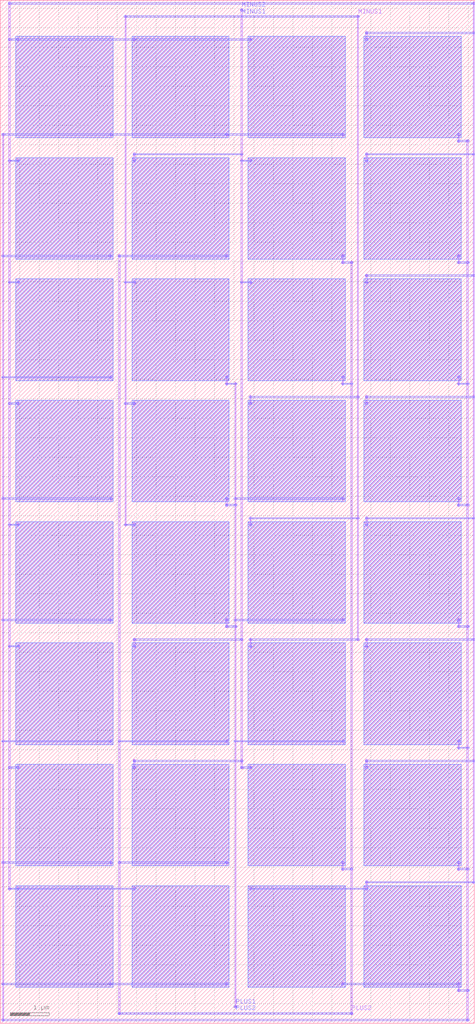
<source format=lef>
MACRO Cap_60fF_Cap_60fF
  ORIGIN 0 0 ;
  FOREIGN Cap_60fF_Cap_60fF 0 0 ;
  SIZE 12.16 BY 26.208 ;
  PIN MINUS1
    DIRECTION INOUT ;
    USE SIGNAL ;
    PORT 
      LAYER M1 ;
        RECT 3.2 25.752 3.232 25.824 ;
      LAYER M2 ;
        RECT 3.18 25.772 3.252 25.804 ;
      LAYER M1 ;
        RECT 9.152 25.752 9.184 25.824 ;
      LAYER M2 ;
        RECT 9.132 25.772 9.204 25.804 ;
      LAYER M2 ;
        RECT 3.216 25.772 9.168 25.804 ;
    END
  END MINUS1
  PIN PLUS1
    DIRECTION INOUT ;
    USE SIGNAL ;
    PORT 
      LAYER M1 ;
        RECT 6.016 0.384 6.048 0.456 ;
      LAYER M2 ;
        RECT 5.996 0.404 6.068 0.436 ;
    END
  END PLUS1
  PIN MINUS2
    DIRECTION INOUT ;
    USE SIGNAL ;
    PORT 
      LAYER M1 ;
        RECT 6.176 25.92 6.208 25.992 ;
      LAYER M2 ;
        RECT 6.156 25.94 6.228 25.972 ;
    END
  END MINUS2
  PIN PLUS2
    DIRECTION INOUT ;
    USE SIGNAL ;
    PORT 
      LAYER M1 ;
        RECT 3.04 0.216 3.072 0.288 ;
      LAYER M2 ;
        RECT 3.02 0.236 3.092 0.268 ;
      LAYER M1 ;
        RECT 8.992 0.216 9.024 0.288 ;
      LAYER M2 ;
        RECT 8.972 0.236 9.044 0.268 ;
      LAYER M2 ;
        RECT 3.056 0.236 9.008 0.268 ;
    END
  END PLUS2
  OBS 
  LAYER M1 ;
        RECT 5.792 10.296 5.824 10.368 ;
  LAYER M2 ;
        RECT 5.772 10.316 5.844 10.348 ;
  LAYER M1 ;
        RECT 5.792 10.164 5.824 10.332 ;
  LAYER M1 ;
        RECT 5.792 10.128 5.824 10.2 ;
  LAYER M2 ;
        RECT 5.772 10.148 5.844 10.18 ;
  LAYER M2 ;
        RECT 5.808 10.148 6.032 10.18 ;
  LAYER M1 ;
        RECT 6.016 10.128 6.048 10.2 ;
  LAYER M2 ;
        RECT 5.996 10.148 6.068 10.18 ;
  LAYER M1 ;
        RECT 8.768 13.404 8.8 13.476 ;
  LAYER M2 ;
        RECT 8.748 13.424 8.82 13.456 ;
  LAYER M2 ;
        RECT 6.032 13.424 8.784 13.456 ;
  LAYER M1 ;
        RECT 6.016 13.404 6.048 13.476 ;
  LAYER M2 ;
        RECT 5.996 13.424 6.068 13.456 ;
  LAYER M1 ;
        RECT 5.792 13.404 5.824 13.476 ;
  LAYER M2 ;
        RECT 5.772 13.424 5.844 13.456 ;
  LAYER M1 ;
        RECT 5.792 13.272 5.824 13.44 ;
  LAYER M1 ;
        RECT 5.792 13.236 5.824 13.308 ;
  LAYER M2 ;
        RECT 5.772 13.256 5.844 13.288 ;
  LAYER M2 ;
        RECT 5.808 13.256 6.032 13.288 ;
  LAYER M1 ;
        RECT 6.016 13.236 6.048 13.308 ;
  LAYER M2 ;
        RECT 5.996 13.256 6.068 13.288 ;
  LAYER M1 ;
        RECT 8.768 10.296 8.8 10.368 ;
  LAYER M2 ;
        RECT 8.748 10.316 8.82 10.348 ;
  LAYER M2 ;
        RECT 6.032 10.316 8.784 10.348 ;
  LAYER M1 ;
        RECT 6.016 10.296 6.048 10.368 ;
  LAYER M2 ;
        RECT 5.996 10.316 6.068 10.348 ;
  LAYER M1 ;
        RECT 5.792 16.512 5.824 16.584 ;
  LAYER M2 ;
        RECT 5.772 16.532 5.844 16.564 ;
  LAYER M1 ;
        RECT 5.792 16.38 5.824 16.548 ;
  LAYER M1 ;
        RECT 5.792 16.344 5.824 16.416 ;
  LAYER M2 ;
        RECT 5.772 16.364 5.844 16.396 ;
  LAYER M2 ;
        RECT 5.808 16.364 6.032 16.396 ;
  LAYER M1 ;
        RECT 6.016 16.344 6.048 16.416 ;
  LAYER M2 ;
        RECT 5.996 16.364 6.068 16.396 ;
  LAYER M1 ;
        RECT 8.768 7.188 8.8 7.26 ;
  LAYER M2 ;
        RECT 8.748 7.208 8.82 7.24 ;
  LAYER M2 ;
        RECT 6.032 7.208 8.784 7.24 ;
  LAYER M1 ;
        RECT 6.016 7.188 6.048 7.26 ;
  LAYER M2 ;
        RECT 5.996 7.208 6.068 7.24 ;
  LAYER M1 ;
        RECT 6.016 0.384 6.048 0.456 ;
  LAYER M2 ;
        RECT 5.996 0.404 6.068 0.436 ;
  LAYER M1 ;
        RECT 6.016 0.42 6.048 0.672 ;
  LAYER M1 ;
        RECT 6.016 0.672 6.048 16.38 ;
  LAYER M1 ;
        RECT 5.792 7.188 5.824 7.26 ;
  LAYER M2 ;
        RECT 5.772 7.208 5.844 7.24 ;
  LAYER M2 ;
        RECT 3.056 7.208 5.808 7.24 ;
  LAYER M1 ;
        RECT 3.04 7.188 3.072 7.26 ;
  LAYER M2 ;
        RECT 3.02 7.208 3.092 7.24 ;
  LAYER M1 ;
        RECT 5.792 19.62 5.824 19.692 ;
  LAYER M2 ;
        RECT 5.772 19.64 5.844 19.672 ;
  LAYER M2 ;
        RECT 3.056 19.64 5.808 19.672 ;
  LAYER M1 ;
        RECT 3.04 19.62 3.072 19.692 ;
  LAYER M2 ;
        RECT 3.02 19.64 3.092 19.672 ;
  LAYER M1 ;
        RECT 5.792 4.08 5.824 4.152 ;
  LAYER M2 ;
        RECT 5.772 4.1 5.844 4.132 ;
  LAYER M2 ;
        RECT 3.056 4.1 5.808 4.132 ;
  LAYER M1 ;
        RECT 3.04 4.08 3.072 4.152 ;
  LAYER M2 ;
        RECT 3.02 4.1 3.092 4.132 ;
  LAYER M1 ;
        RECT 3.04 0.216 3.072 0.288 ;
  LAYER M2 ;
        RECT 3.02 0.236 3.092 0.268 ;
  LAYER M1 ;
        RECT 3.04 0.252 3.072 0.672 ;
  LAYER M1 ;
        RECT 3.04 0.672 3.072 19.656 ;
  LAYER M1 ;
        RECT 8.768 16.512 8.8 16.584 ;
  LAYER M2 ;
        RECT 8.748 16.532 8.82 16.564 ;
  LAYER M1 ;
        RECT 8.768 16.38 8.8 16.548 ;
  LAYER M1 ;
        RECT 8.768 16.344 8.8 16.416 ;
  LAYER M2 ;
        RECT 8.748 16.364 8.82 16.396 ;
  LAYER M2 ;
        RECT 8.784 16.364 9.008 16.396 ;
  LAYER M1 ;
        RECT 8.992 16.344 9.024 16.416 ;
  LAYER M2 ;
        RECT 8.972 16.364 9.044 16.396 ;
  LAYER M1 ;
        RECT 8.768 4.08 8.8 4.152 ;
  LAYER M2 ;
        RECT 8.748 4.1 8.82 4.132 ;
  LAYER M1 ;
        RECT 8.768 3.948 8.8 4.116 ;
  LAYER M1 ;
        RECT 8.768 3.912 8.8 3.984 ;
  LAYER M2 ;
        RECT 8.748 3.932 8.82 3.964 ;
  LAYER M2 ;
        RECT 8.784 3.932 9.008 3.964 ;
  LAYER M1 ;
        RECT 8.992 3.912 9.024 3.984 ;
  LAYER M2 ;
        RECT 8.972 3.932 9.044 3.964 ;
  LAYER M1 ;
        RECT 8.768 19.62 8.8 19.692 ;
  LAYER M2 ;
        RECT 8.748 19.64 8.82 19.672 ;
  LAYER M1 ;
        RECT 8.768 19.488 8.8 19.656 ;
  LAYER M1 ;
        RECT 8.768 19.452 8.8 19.524 ;
  LAYER M2 ;
        RECT 8.748 19.472 8.82 19.504 ;
  LAYER M2 ;
        RECT 8.784 19.472 9.008 19.504 ;
  LAYER M1 ;
        RECT 8.992 19.452 9.024 19.524 ;
  LAYER M2 ;
        RECT 8.972 19.472 9.044 19.504 ;
  LAYER M1 ;
        RECT 8.992 0.216 9.024 0.288 ;
  LAYER M2 ;
        RECT 8.972 0.236 9.044 0.268 ;
  LAYER M1 ;
        RECT 8.992 0.252 9.024 0.672 ;
  LAYER M1 ;
        RECT 8.992 0.672 9.024 19.488 ;
  LAYER M2 ;
        RECT 3.056 0.236 9.008 0.268 ;
  LAYER M1 ;
        RECT 2.816 0.972 2.848 1.044 ;
  LAYER M2 ;
        RECT 2.796 0.992 2.868 1.024 ;
  LAYER M2 ;
        RECT 0.08 0.992 2.832 1.024 ;
  LAYER M1 ;
        RECT 0.064 0.972 0.096 1.044 ;
  LAYER M2 ;
        RECT 0.044 0.992 0.116 1.024 ;
  LAYER M1 ;
        RECT 2.816 4.08 2.848 4.152 ;
  LAYER M2 ;
        RECT 2.796 4.1 2.868 4.132 ;
  LAYER M2 ;
        RECT 0.08 4.1 2.832 4.132 ;
  LAYER M1 ;
        RECT 0.064 4.08 0.096 4.152 ;
  LAYER M2 ;
        RECT 0.044 4.1 0.116 4.132 ;
  LAYER M1 ;
        RECT 2.816 7.188 2.848 7.26 ;
  LAYER M2 ;
        RECT 2.796 7.208 2.868 7.24 ;
  LAYER M2 ;
        RECT 0.08 7.208 2.832 7.24 ;
  LAYER M1 ;
        RECT 0.064 7.188 0.096 7.26 ;
  LAYER M2 ;
        RECT 0.044 7.208 0.116 7.24 ;
  LAYER M1 ;
        RECT 2.816 10.296 2.848 10.368 ;
  LAYER M2 ;
        RECT 2.796 10.316 2.868 10.348 ;
  LAYER M2 ;
        RECT 0.08 10.316 2.832 10.348 ;
  LAYER M1 ;
        RECT 0.064 10.296 0.096 10.368 ;
  LAYER M2 ;
        RECT 0.044 10.316 0.116 10.348 ;
  LAYER M1 ;
        RECT 2.816 13.404 2.848 13.476 ;
  LAYER M2 ;
        RECT 2.796 13.424 2.868 13.456 ;
  LAYER M2 ;
        RECT 0.08 13.424 2.832 13.456 ;
  LAYER M1 ;
        RECT 0.064 13.404 0.096 13.476 ;
  LAYER M2 ;
        RECT 0.044 13.424 0.116 13.456 ;
  LAYER M1 ;
        RECT 2.816 16.512 2.848 16.584 ;
  LAYER M2 ;
        RECT 2.796 16.532 2.868 16.564 ;
  LAYER M2 ;
        RECT 0.08 16.532 2.832 16.564 ;
  LAYER M1 ;
        RECT 0.064 16.512 0.096 16.584 ;
  LAYER M2 ;
        RECT 0.044 16.532 0.116 16.564 ;
  LAYER M1 ;
        RECT 2.816 19.62 2.848 19.692 ;
  LAYER M2 ;
        RECT 2.796 19.64 2.868 19.672 ;
  LAYER M2 ;
        RECT 0.08 19.64 2.832 19.672 ;
  LAYER M1 ;
        RECT 0.064 19.62 0.096 19.692 ;
  LAYER M2 ;
        RECT 0.044 19.64 0.116 19.672 ;
  LAYER M1 ;
        RECT 2.816 22.728 2.848 22.8 ;
  LAYER M2 ;
        RECT 2.796 22.748 2.868 22.78 ;
  LAYER M2 ;
        RECT 0.08 22.748 2.832 22.78 ;
  LAYER M1 ;
        RECT 0.064 22.728 0.096 22.8 ;
  LAYER M2 ;
        RECT 0.044 22.748 0.116 22.78 ;
  LAYER M1 ;
        RECT 0.064 0.048 0.096 0.12 ;
  LAYER M2 ;
        RECT 0.044 0.068 0.116 0.1 ;
  LAYER M1 ;
        RECT 0.064 0.084 0.096 0.672 ;
  LAYER M1 ;
        RECT 0.064 0.672 0.096 22.764 ;
  LAYER M1 ;
        RECT 11.744 0.972 11.776 1.044 ;
  LAYER M2 ;
        RECT 11.724 0.992 11.796 1.024 ;
  LAYER M1 ;
        RECT 11.744 0.84 11.776 1.008 ;
  LAYER M1 ;
        RECT 11.744 0.804 11.776 0.876 ;
  LAYER M2 ;
        RECT 11.724 0.824 11.796 0.856 ;
  LAYER M2 ;
        RECT 11.76 0.824 11.984 0.856 ;
  LAYER M1 ;
        RECT 11.968 0.804 12 0.876 ;
  LAYER M2 ;
        RECT 11.948 0.824 12.02 0.856 ;
  LAYER M1 ;
        RECT 11.744 4.08 11.776 4.152 ;
  LAYER M2 ;
        RECT 11.724 4.1 11.796 4.132 ;
  LAYER M1 ;
        RECT 11.744 3.948 11.776 4.116 ;
  LAYER M1 ;
        RECT 11.744 3.912 11.776 3.984 ;
  LAYER M2 ;
        RECT 11.724 3.932 11.796 3.964 ;
  LAYER M2 ;
        RECT 11.76 3.932 11.984 3.964 ;
  LAYER M1 ;
        RECT 11.968 3.912 12 3.984 ;
  LAYER M2 ;
        RECT 11.948 3.932 12.02 3.964 ;
  LAYER M1 ;
        RECT 11.744 7.188 11.776 7.26 ;
  LAYER M2 ;
        RECT 11.724 7.208 11.796 7.24 ;
  LAYER M1 ;
        RECT 11.744 7.056 11.776 7.224 ;
  LAYER M1 ;
        RECT 11.744 7.02 11.776 7.092 ;
  LAYER M2 ;
        RECT 11.724 7.04 11.796 7.072 ;
  LAYER M2 ;
        RECT 11.76 7.04 11.984 7.072 ;
  LAYER M1 ;
        RECT 11.968 7.02 12 7.092 ;
  LAYER M2 ;
        RECT 11.948 7.04 12.02 7.072 ;
  LAYER M1 ;
        RECT 11.744 10.296 11.776 10.368 ;
  LAYER M2 ;
        RECT 11.724 10.316 11.796 10.348 ;
  LAYER M1 ;
        RECT 11.744 10.164 11.776 10.332 ;
  LAYER M1 ;
        RECT 11.744 10.128 11.776 10.2 ;
  LAYER M2 ;
        RECT 11.724 10.148 11.796 10.18 ;
  LAYER M2 ;
        RECT 11.76 10.148 11.984 10.18 ;
  LAYER M1 ;
        RECT 11.968 10.128 12 10.2 ;
  LAYER M2 ;
        RECT 11.948 10.148 12.02 10.18 ;
  LAYER M1 ;
        RECT 11.744 13.404 11.776 13.476 ;
  LAYER M2 ;
        RECT 11.724 13.424 11.796 13.456 ;
  LAYER M1 ;
        RECT 11.744 13.272 11.776 13.44 ;
  LAYER M1 ;
        RECT 11.744 13.236 11.776 13.308 ;
  LAYER M2 ;
        RECT 11.724 13.256 11.796 13.288 ;
  LAYER M2 ;
        RECT 11.76 13.256 11.984 13.288 ;
  LAYER M1 ;
        RECT 11.968 13.236 12 13.308 ;
  LAYER M2 ;
        RECT 11.948 13.256 12.02 13.288 ;
  LAYER M1 ;
        RECT 11.744 16.512 11.776 16.584 ;
  LAYER M2 ;
        RECT 11.724 16.532 11.796 16.564 ;
  LAYER M1 ;
        RECT 11.744 16.38 11.776 16.548 ;
  LAYER M1 ;
        RECT 11.744 16.344 11.776 16.416 ;
  LAYER M2 ;
        RECT 11.724 16.364 11.796 16.396 ;
  LAYER M2 ;
        RECT 11.76 16.364 11.984 16.396 ;
  LAYER M1 ;
        RECT 11.968 16.344 12 16.416 ;
  LAYER M2 ;
        RECT 11.948 16.364 12.02 16.396 ;
  LAYER M1 ;
        RECT 11.744 19.62 11.776 19.692 ;
  LAYER M2 ;
        RECT 11.724 19.64 11.796 19.672 ;
  LAYER M1 ;
        RECT 11.744 19.488 11.776 19.656 ;
  LAYER M1 ;
        RECT 11.744 19.452 11.776 19.524 ;
  LAYER M2 ;
        RECT 11.724 19.472 11.796 19.504 ;
  LAYER M2 ;
        RECT 11.76 19.472 11.984 19.504 ;
  LAYER M1 ;
        RECT 11.968 19.452 12 19.524 ;
  LAYER M2 ;
        RECT 11.948 19.472 12.02 19.504 ;
  LAYER M1 ;
        RECT 11.744 22.728 11.776 22.8 ;
  LAYER M2 ;
        RECT 11.724 22.748 11.796 22.78 ;
  LAYER M1 ;
        RECT 11.744 22.596 11.776 22.764 ;
  LAYER M1 ;
        RECT 11.744 22.56 11.776 22.632 ;
  LAYER M2 ;
        RECT 11.724 22.58 11.796 22.612 ;
  LAYER M2 ;
        RECT 11.76 22.58 11.984 22.612 ;
  LAYER M1 ;
        RECT 11.968 22.56 12 22.632 ;
  LAYER M2 ;
        RECT 11.948 22.58 12.02 22.612 ;
  LAYER M1 ;
        RECT 11.968 0.048 12 0.12 ;
  LAYER M2 ;
        RECT 11.948 0.068 12.02 0.1 ;
  LAYER M1 ;
        RECT 11.968 0.084 12 0.672 ;
  LAYER M1 ;
        RECT 11.968 0.672 12 22.596 ;
  LAYER M2 ;
        RECT 0.08 0.068 11.984 0.1 ;
  LAYER M1 ;
        RECT 5.792 0.972 5.824 1.044 ;
  LAYER M2 ;
        RECT 5.772 0.992 5.844 1.024 ;
  LAYER M2 ;
        RECT 2.832 0.992 5.808 1.024 ;
  LAYER M1 ;
        RECT 2.816 0.972 2.848 1.044 ;
  LAYER M2 ;
        RECT 2.796 0.992 2.868 1.024 ;
  LAYER M1 ;
        RECT 5.792 22.728 5.824 22.8 ;
  LAYER M2 ;
        RECT 5.772 22.748 5.844 22.78 ;
  LAYER M2 ;
        RECT 2.832 22.748 5.808 22.78 ;
  LAYER M1 ;
        RECT 2.816 22.728 2.848 22.8 ;
  LAYER M2 ;
        RECT 2.796 22.748 2.868 22.78 ;
  LAYER M1 ;
        RECT 8.768 22.728 8.8 22.8 ;
  LAYER M2 ;
        RECT 8.748 22.748 8.82 22.78 ;
  LAYER M2 ;
        RECT 5.808 22.748 8.784 22.78 ;
  LAYER M1 ;
        RECT 5.792 22.728 5.824 22.8 ;
  LAYER M2 ;
        RECT 5.772 22.748 5.844 22.78 ;
  LAYER M1 ;
        RECT 8.768 0.972 8.8 1.044 ;
  LAYER M2 ;
        RECT 8.748 0.992 8.82 1.024 ;
  LAYER M2 ;
        RECT 8.784 0.992 11.76 1.024 ;
  LAYER M1 ;
        RECT 11.744 0.972 11.776 1.044 ;
  LAYER M2 ;
        RECT 11.724 0.992 11.796 1.024 ;
  LAYER M1 ;
        RECT 3.424 12.732 3.456 12.804 ;
  LAYER M2 ;
        RECT 3.404 12.752 3.476 12.784 ;
  LAYER M2 ;
        RECT 3.216 12.752 3.44 12.784 ;
  LAYER M1 ;
        RECT 3.2 12.732 3.232 12.804 ;
  LAYER M2 ;
        RECT 3.18 12.752 3.252 12.784 ;
  LAYER M1 ;
        RECT 3.424 15.84 3.456 15.912 ;
  LAYER M2 ;
        RECT 3.404 15.86 3.476 15.892 ;
  LAYER M2 ;
        RECT 3.216 15.86 3.44 15.892 ;
  LAYER M1 ;
        RECT 3.2 15.84 3.232 15.912 ;
  LAYER M2 ;
        RECT 3.18 15.86 3.252 15.892 ;
  LAYER M1 ;
        RECT 3.424 18.948 3.456 19.02 ;
  LAYER M2 ;
        RECT 3.404 18.968 3.476 19 ;
  LAYER M2 ;
        RECT 3.216 18.968 3.44 19 ;
  LAYER M1 ;
        RECT 3.2 18.948 3.232 19.02 ;
  LAYER M2 ;
        RECT 3.18 18.968 3.252 19 ;
  LAYER M1 ;
        RECT 3.2 25.752 3.232 25.824 ;
  LAYER M2 ;
        RECT 3.18 25.772 3.252 25.804 ;
  LAYER M1 ;
        RECT 3.2 25.536 3.232 25.788 ;
  LAYER M1 ;
        RECT 3.2 12.768 3.232 25.536 ;
  LAYER M1 ;
        RECT 6.4 15.84 6.432 15.912 ;
  LAYER M2 ;
        RECT 6.38 15.86 6.452 15.892 ;
  LAYER M1 ;
        RECT 6.4 15.876 6.432 16.044 ;
  LAYER M1 ;
        RECT 6.4 16.008 6.432 16.08 ;
  LAYER M2 ;
        RECT 6.38 16.028 6.452 16.06 ;
  LAYER M2 ;
        RECT 6.416 16.028 9.168 16.06 ;
  LAYER M1 ;
        RECT 9.152 16.008 9.184 16.08 ;
  LAYER M2 ;
        RECT 9.132 16.028 9.204 16.06 ;
  LAYER M1 ;
        RECT 6.4 12.732 6.432 12.804 ;
  LAYER M2 ;
        RECT 6.38 12.752 6.452 12.784 ;
  LAYER M1 ;
        RECT 6.4 12.768 6.432 12.936 ;
  LAYER M1 ;
        RECT 6.4 12.9 6.432 12.972 ;
  LAYER M2 ;
        RECT 6.38 12.92 6.452 12.952 ;
  LAYER M2 ;
        RECT 6.416 12.92 9.168 12.952 ;
  LAYER M1 ;
        RECT 9.152 12.9 9.184 12.972 ;
  LAYER M2 ;
        RECT 9.132 12.92 9.204 12.952 ;
  LAYER M1 ;
        RECT 6.4 9.624 6.432 9.696 ;
  LAYER M2 ;
        RECT 6.38 9.644 6.452 9.676 ;
  LAYER M1 ;
        RECT 6.4 9.66 6.432 9.828 ;
  LAYER M1 ;
        RECT 6.4 9.792 6.432 9.864 ;
  LAYER M2 ;
        RECT 6.38 9.812 6.452 9.844 ;
  LAYER M2 ;
        RECT 6.416 9.812 9.168 9.844 ;
  LAYER M1 ;
        RECT 9.152 9.792 9.184 9.864 ;
  LAYER M2 ;
        RECT 9.132 9.812 9.204 9.844 ;
  LAYER M1 ;
        RECT 9.152 25.752 9.184 25.824 ;
  LAYER M2 ;
        RECT 9.132 25.772 9.204 25.804 ;
  LAYER M1 ;
        RECT 9.152 25.536 9.184 25.788 ;
  LAYER M1 ;
        RECT 9.152 9.828 9.184 25.536 ;
  LAYER M2 ;
        RECT 3.216 25.772 9.168 25.804 ;
  LAYER M1 ;
        RECT 3.424 9.624 3.456 9.696 ;
  LAYER M2 ;
        RECT 3.404 9.644 3.476 9.676 ;
  LAYER M1 ;
        RECT 3.424 9.66 3.456 9.828 ;
  LAYER M1 ;
        RECT 3.424 9.792 3.456 9.864 ;
  LAYER M2 ;
        RECT 3.404 9.812 3.476 9.844 ;
  LAYER M2 ;
        RECT 3.44 9.812 6.192 9.844 ;
  LAYER M1 ;
        RECT 6.176 9.792 6.208 9.864 ;
  LAYER M2 ;
        RECT 6.156 9.812 6.228 9.844 ;
  LAYER M1 ;
        RECT 6.4 18.948 6.432 19.02 ;
  LAYER M2 ;
        RECT 6.38 18.968 6.452 19 ;
  LAYER M2 ;
        RECT 6.192 18.968 6.416 19 ;
  LAYER M1 ;
        RECT 6.176 18.948 6.208 19.02 ;
  LAYER M2 ;
        RECT 6.156 18.968 6.228 19 ;
  LAYER M1 ;
        RECT 3.424 22.056 3.456 22.128 ;
  LAYER M2 ;
        RECT 3.404 22.076 3.476 22.108 ;
  LAYER M1 ;
        RECT 3.424 22.092 3.456 22.26 ;
  LAYER M1 ;
        RECT 3.424 22.224 3.456 22.296 ;
  LAYER M2 ;
        RECT 3.404 22.244 3.476 22.276 ;
  LAYER M2 ;
        RECT 3.44 22.244 6.192 22.276 ;
  LAYER M1 ;
        RECT 6.176 22.224 6.208 22.296 ;
  LAYER M2 ;
        RECT 6.156 22.244 6.228 22.276 ;
  LAYER M1 ;
        RECT 6.4 6.516 6.432 6.588 ;
  LAYER M2 ;
        RECT 6.38 6.536 6.452 6.568 ;
  LAYER M2 ;
        RECT 6.192 6.536 6.416 6.568 ;
  LAYER M1 ;
        RECT 6.176 6.516 6.208 6.588 ;
  LAYER M2 ;
        RECT 6.156 6.536 6.228 6.568 ;
  LAYER M1 ;
        RECT 3.424 6.516 3.456 6.588 ;
  LAYER M2 ;
        RECT 3.404 6.536 3.476 6.568 ;
  LAYER M1 ;
        RECT 3.424 6.552 3.456 6.72 ;
  LAYER M1 ;
        RECT 3.424 6.684 3.456 6.756 ;
  LAYER M2 ;
        RECT 3.404 6.704 3.476 6.736 ;
  LAYER M2 ;
        RECT 3.44 6.704 6.192 6.736 ;
  LAYER M1 ;
        RECT 6.176 6.684 6.208 6.756 ;
  LAYER M2 ;
        RECT 6.156 6.704 6.228 6.736 ;
  LAYER M1 ;
        RECT 6.4 22.056 6.432 22.128 ;
  LAYER M2 ;
        RECT 6.38 22.076 6.452 22.108 ;
  LAYER M2 ;
        RECT 6.192 22.076 6.416 22.108 ;
  LAYER M1 ;
        RECT 6.176 22.056 6.208 22.128 ;
  LAYER M2 ;
        RECT 6.156 22.076 6.228 22.108 ;
  LAYER M1 ;
        RECT 6.176 25.92 6.208 25.992 ;
  LAYER M2 ;
        RECT 6.156 25.94 6.228 25.972 ;
  LAYER M1 ;
        RECT 6.176 25.536 6.208 25.956 ;
  LAYER M1 ;
        RECT 6.176 6.552 6.208 25.536 ;
  LAYER M1 ;
        RECT 0.448 3.408 0.48 3.48 ;
  LAYER M2 ;
        RECT 0.428 3.428 0.5 3.46 ;
  LAYER M2 ;
        RECT 0.24 3.428 0.464 3.46 ;
  LAYER M1 ;
        RECT 0.224 3.408 0.256 3.48 ;
  LAYER M2 ;
        RECT 0.204 3.428 0.276 3.46 ;
  LAYER M1 ;
        RECT 0.448 6.516 0.48 6.588 ;
  LAYER M2 ;
        RECT 0.428 6.536 0.5 6.568 ;
  LAYER M2 ;
        RECT 0.24 6.536 0.464 6.568 ;
  LAYER M1 ;
        RECT 0.224 6.516 0.256 6.588 ;
  LAYER M2 ;
        RECT 0.204 6.536 0.276 6.568 ;
  LAYER M1 ;
        RECT 0.448 9.624 0.48 9.696 ;
  LAYER M2 ;
        RECT 0.428 9.644 0.5 9.676 ;
  LAYER M2 ;
        RECT 0.24 9.644 0.464 9.676 ;
  LAYER M1 ;
        RECT 0.224 9.624 0.256 9.696 ;
  LAYER M2 ;
        RECT 0.204 9.644 0.276 9.676 ;
  LAYER M1 ;
        RECT 0.448 12.732 0.48 12.804 ;
  LAYER M2 ;
        RECT 0.428 12.752 0.5 12.784 ;
  LAYER M2 ;
        RECT 0.24 12.752 0.464 12.784 ;
  LAYER M1 ;
        RECT 0.224 12.732 0.256 12.804 ;
  LAYER M2 ;
        RECT 0.204 12.752 0.276 12.784 ;
  LAYER M1 ;
        RECT 0.448 15.84 0.48 15.912 ;
  LAYER M2 ;
        RECT 0.428 15.86 0.5 15.892 ;
  LAYER M2 ;
        RECT 0.24 15.86 0.464 15.892 ;
  LAYER M1 ;
        RECT 0.224 15.84 0.256 15.912 ;
  LAYER M2 ;
        RECT 0.204 15.86 0.276 15.892 ;
  LAYER M1 ;
        RECT 0.448 18.948 0.48 19.02 ;
  LAYER M2 ;
        RECT 0.428 18.968 0.5 19 ;
  LAYER M2 ;
        RECT 0.24 18.968 0.464 19 ;
  LAYER M1 ;
        RECT 0.224 18.948 0.256 19.02 ;
  LAYER M2 ;
        RECT 0.204 18.968 0.276 19 ;
  LAYER M1 ;
        RECT 0.448 22.056 0.48 22.128 ;
  LAYER M2 ;
        RECT 0.428 22.076 0.5 22.108 ;
  LAYER M2 ;
        RECT 0.24 22.076 0.464 22.108 ;
  LAYER M1 ;
        RECT 0.224 22.056 0.256 22.128 ;
  LAYER M2 ;
        RECT 0.204 22.076 0.276 22.108 ;
  LAYER M1 ;
        RECT 0.448 25.164 0.48 25.236 ;
  LAYER M2 ;
        RECT 0.428 25.184 0.5 25.216 ;
  LAYER M2 ;
        RECT 0.24 25.184 0.464 25.216 ;
  LAYER M1 ;
        RECT 0.224 25.164 0.256 25.236 ;
  LAYER M2 ;
        RECT 0.204 25.184 0.276 25.216 ;
  LAYER M1 ;
        RECT 0.224 26.088 0.256 26.16 ;
  LAYER M2 ;
        RECT 0.204 26.108 0.276 26.14 ;
  LAYER M1 ;
        RECT 0.224 25.536 0.256 26.124 ;
  LAYER M1 ;
        RECT 0.224 3.444 0.256 25.536 ;
  LAYER M1 ;
        RECT 9.376 3.408 9.408 3.48 ;
  LAYER M2 ;
        RECT 9.356 3.428 9.428 3.46 ;
  LAYER M1 ;
        RECT 9.376 3.444 9.408 3.612 ;
  LAYER M1 ;
        RECT 9.376 3.576 9.408 3.648 ;
  LAYER M2 ;
        RECT 9.356 3.596 9.428 3.628 ;
  LAYER M2 ;
        RECT 9.392 3.596 12.144 3.628 ;
  LAYER M1 ;
        RECT 12.128 3.576 12.16 3.648 ;
  LAYER M2 ;
        RECT 12.108 3.596 12.18 3.628 ;
  LAYER M1 ;
        RECT 9.376 6.516 9.408 6.588 ;
  LAYER M2 ;
        RECT 9.356 6.536 9.428 6.568 ;
  LAYER M1 ;
        RECT 9.376 6.552 9.408 6.72 ;
  LAYER M1 ;
        RECT 9.376 6.684 9.408 6.756 ;
  LAYER M2 ;
        RECT 9.356 6.704 9.428 6.736 ;
  LAYER M2 ;
        RECT 9.392 6.704 12.144 6.736 ;
  LAYER M1 ;
        RECT 12.128 6.684 12.16 6.756 ;
  LAYER M2 ;
        RECT 12.108 6.704 12.18 6.736 ;
  LAYER M1 ;
        RECT 9.376 9.624 9.408 9.696 ;
  LAYER M2 ;
        RECT 9.356 9.644 9.428 9.676 ;
  LAYER M1 ;
        RECT 9.376 9.66 9.408 9.828 ;
  LAYER M1 ;
        RECT 9.376 9.792 9.408 9.864 ;
  LAYER M2 ;
        RECT 9.356 9.812 9.428 9.844 ;
  LAYER M2 ;
        RECT 9.392 9.812 12.144 9.844 ;
  LAYER M1 ;
        RECT 12.128 9.792 12.16 9.864 ;
  LAYER M2 ;
        RECT 12.108 9.812 12.18 9.844 ;
  LAYER M1 ;
        RECT 9.376 12.732 9.408 12.804 ;
  LAYER M2 ;
        RECT 9.356 12.752 9.428 12.784 ;
  LAYER M1 ;
        RECT 9.376 12.768 9.408 12.936 ;
  LAYER M1 ;
        RECT 9.376 12.9 9.408 12.972 ;
  LAYER M2 ;
        RECT 9.356 12.92 9.428 12.952 ;
  LAYER M2 ;
        RECT 9.392 12.92 12.144 12.952 ;
  LAYER M1 ;
        RECT 12.128 12.9 12.16 12.972 ;
  LAYER M2 ;
        RECT 12.108 12.92 12.18 12.952 ;
  LAYER M1 ;
        RECT 9.376 15.84 9.408 15.912 ;
  LAYER M2 ;
        RECT 9.356 15.86 9.428 15.892 ;
  LAYER M1 ;
        RECT 9.376 15.876 9.408 16.044 ;
  LAYER M1 ;
        RECT 9.376 16.008 9.408 16.08 ;
  LAYER M2 ;
        RECT 9.356 16.028 9.428 16.06 ;
  LAYER M2 ;
        RECT 9.392 16.028 12.144 16.06 ;
  LAYER M1 ;
        RECT 12.128 16.008 12.16 16.08 ;
  LAYER M2 ;
        RECT 12.108 16.028 12.18 16.06 ;
  LAYER M1 ;
        RECT 9.376 18.948 9.408 19.02 ;
  LAYER M2 ;
        RECT 9.356 18.968 9.428 19 ;
  LAYER M1 ;
        RECT 9.376 18.984 9.408 19.152 ;
  LAYER M1 ;
        RECT 9.376 19.116 9.408 19.188 ;
  LAYER M2 ;
        RECT 9.356 19.136 9.428 19.168 ;
  LAYER M2 ;
        RECT 9.392 19.136 12.144 19.168 ;
  LAYER M1 ;
        RECT 12.128 19.116 12.16 19.188 ;
  LAYER M2 ;
        RECT 12.108 19.136 12.18 19.168 ;
  LAYER M1 ;
        RECT 9.376 22.056 9.408 22.128 ;
  LAYER M2 ;
        RECT 9.356 22.076 9.428 22.108 ;
  LAYER M1 ;
        RECT 9.376 22.092 9.408 22.26 ;
  LAYER M1 ;
        RECT 9.376 22.224 9.408 22.296 ;
  LAYER M2 ;
        RECT 9.356 22.244 9.428 22.276 ;
  LAYER M2 ;
        RECT 9.392 22.244 12.144 22.276 ;
  LAYER M1 ;
        RECT 12.128 22.224 12.16 22.296 ;
  LAYER M2 ;
        RECT 12.108 22.244 12.18 22.276 ;
  LAYER M1 ;
        RECT 9.376 25.164 9.408 25.236 ;
  LAYER M2 ;
        RECT 9.356 25.184 9.428 25.216 ;
  LAYER M1 ;
        RECT 9.376 25.2 9.408 25.368 ;
  LAYER M1 ;
        RECT 9.376 25.332 9.408 25.404 ;
  LAYER M2 ;
        RECT 9.356 25.352 9.428 25.384 ;
  LAYER M2 ;
        RECT 9.392 25.352 12.144 25.384 ;
  LAYER M1 ;
        RECT 12.128 25.332 12.16 25.404 ;
  LAYER M2 ;
        RECT 12.108 25.352 12.18 25.384 ;
  LAYER M1 ;
        RECT 12.128 26.088 12.16 26.16 ;
  LAYER M2 ;
        RECT 12.108 26.108 12.18 26.14 ;
  LAYER M1 ;
        RECT 12.128 25.536 12.16 26.124 ;
  LAYER M1 ;
        RECT 12.128 3.612 12.16 25.536 ;
  LAYER M2 ;
        RECT 0.24 26.108 12.144 26.14 ;
  LAYER M1 ;
        RECT 3.424 3.408 3.456 3.48 ;
  LAYER M2 ;
        RECT 3.404 3.428 3.476 3.46 ;
  LAYER M2 ;
        RECT 0.464 3.428 3.44 3.46 ;
  LAYER M1 ;
        RECT 0.448 3.408 0.48 3.48 ;
  LAYER M2 ;
        RECT 0.428 3.428 0.5 3.46 ;
  LAYER M1 ;
        RECT 3.424 25.164 3.456 25.236 ;
  LAYER M2 ;
        RECT 3.404 25.184 3.476 25.216 ;
  LAYER M2 ;
        RECT 0.464 25.184 3.44 25.216 ;
  LAYER M1 ;
        RECT 0.448 25.164 0.48 25.236 ;
  LAYER M2 ;
        RECT 0.428 25.184 0.5 25.216 ;
  LAYER M1 ;
        RECT 6.4 25.164 6.432 25.236 ;
  LAYER M2 ;
        RECT 6.38 25.184 6.452 25.216 ;
  LAYER M2 ;
        RECT 3.44 25.184 6.416 25.216 ;
  LAYER M1 ;
        RECT 3.424 25.164 3.456 25.236 ;
  LAYER M2 ;
        RECT 3.404 25.184 3.476 25.216 ;
  LAYER M1 ;
        RECT 6.4 3.408 6.432 3.48 ;
  LAYER M2 ;
        RECT 6.38 3.428 6.452 3.46 ;
  LAYER M2 ;
        RECT 6.416 3.428 9.392 3.46 ;
  LAYER M1 ;
        RECT 9.376 3.408 9.408 3.48 ;
  LAYER M2 ;
        RECT 9.356 3.428 9.428 3.46 ;
  LAYER M1 ;
        RECT 0.4 0.924 2.896 3.528 ;
  LAYER M3 ;
        RECT 0.4 0.924 2.896 3.528 ;
  LAYER M2 ;
        RECT 0.4 0.924 2.896 3.528 ;
  LAYER M1 ;
        RECT 0.4 4.032 2.896 6.636 ;
  LAYER M3 ;
        RECT 0.4 4.032 2.896 6.636 ;
  LAYER M2 ;
        RECT 0.4 4.032 2.896 6.636 ;
  LAYER M1 ;
        RECT 0.4 7.14 2.896 9.744 ;
  LAYER M3 ;
        RECT 0.4 7.14 2.896 9.744 ;
  LAYER M2 ;
        RECT 0.4 7.14 2.896 9.744 ;
  LAYER M1 ;
        RECT 0.4 10.248 2.896 12.852 ;
  LAYER M3 ;
        RECT 0.4 10.248 2.896 12.852 ;
  LAYER M2 ;
        RECT 0.4 10.248 2.896 12.852 ;
  LAYER M1 ;
        RECT 0.4 13.356 2.896 15.96 ;
  LAYER M3 ;
        RECT 0.4 13.356 2.896 15.96 ;
  LAYER M2 ;
        RECT 0.4 13.356 2.896 15.96 ;
  LAYER M1 ;
        RECT 0.4 16.464 2.896 19.068 ;
  LAYER M3 ;
        RECT 0.4 16.464 2.896 19.068 ;
  LAYER M2 ;
        RECT 0.4 16.464 2.896 19.068 ;
  LAYER M1 ;
        RECT 0.4 19.572 2.896 22.176 ;
  LAYER M3 ;
        RECT 0.4 19.572 2.896 22.176 ;
  LAYER M2 ;
        RECT 0.4 19.572 2.896 22.176 ;
  LAYER M1 ;
        RECT 0.4 22.68 2.896 25.284 ;
  LAYER M3 ;
        RECT 0.4 22.68 2.896 25.284 ;
  LAYER M2 ;
        RECT 0.4 22.68 2.896 25.284 ;
  LAYER M1 ;
        RECT 3.376 0.924 5.872 3.528 ;
  LAYER M3 ;
        RECT 3.376 0.924 5.872 3.528 ;
  LAYER M2 ;
        RECT 3.376 0.924 5.872 3.528 ;
  LAYER M1 ;
        RECT 3.376 4.032 5.872 6.636 ;
  LAYER M3 ;
        RECT 3.376 4.032 5.872 6.636 ;
  LAYER M2 ;
        RECT 3.376 4.032 5.872 6.636 ;
  LAYER M1 ;
        RECT 3.376 7.14 5.872 9.744 ;
  LAYER M3 ;
        RECT 3.376 7.14 5.872 9.744 ;
  LAYER M2 ;
        RECT 3.376 7.14 5.872 9.744 ;
  LAYER M1 ;
        RECT 3.376 10.248 5.872 12.852 ;
  LAYER M3 ;
        RECT 3.376 10.248 5.872 12.852 ;
  LAYER M2 ;
        RECT 3.376 10.248 5.872 12.852 ;
  LAYER M1 ;
        RECT 3.376 13.356 5.872 15.96 ;
  LAYER M3 ;
        RECT 3.376 13.356 5.872 15.96 ;
  LAYER M2 ;
        RECT 3.376 13.356 5.872 15.96 ;
  LAYER M1 ;
        RECT 3.376 16.464 5.872 19.068 ;
  LAYER M3 ;
        RECT 3.376 16.464 5.872 19.068 ;
  LAYER M2 ;
        RECT 3.376 16.464 5.872 19.068 ;
  LAYER M1 ;
        RECT 3.376 19.572 5.872 22.176 ;
  LAYER M3 ;
        RECT 3.376 19.572 5.872 22.176 ;
  LAYER M2 ;
        RECT 3.376 19.572 5.872 22.176 ;
  LAYER M1 ;
        RECT 3.376 22.68 5.872 25.284 ;
  LAYER M3 ;
        RECT 3.376 22.68 5.872 25.284 ;
  LAYER M2 ;
        RECT 3.376 22.68 5.872 25.284 ;
  LAYER M1 ;
        RECT 6.352 0.924 8.848 3.528 ;
  LAYER M3 ;
        RECT 6.352 0.924 8.848 3.528 ;
  LAYER M2 ;
        RECT 6.352 0.924 8.848 3.528 ;
  LAYER M1 ;
        RECT 6.352 4.032 8.848 6.636 ;
  LAYER M3 ;
        RECT 6.352 4.032 8.848 6.636 ;
  LAYER M2 ;
        RECT 6.352 4.032 8.848 6.636 ;
  LAYER M1 ;
        RECT 6.352 7.14 8.848 9.744 ;
  LAYER M3 ;
        RECT 6.352 7.14 8.848 9.744 ;
  LAYER M2 ;
        RECT 6.352 7.14 8.848 9.744 ;
  LAYER M1 ;
        RECT 6.352 10.248 8.848 12.852 ;
  LAYER M3 ;
        RECT 6.352 10.248 8.848 12.852 ;
  LAYER M2 ;
        RECT 6.352 10.248 8.848 12.852 ;
  LAYER M1 ;
        RECT 6.352 13.356 8.848 15.96 ;
  LAYER M3 ;
        RECT 6.352 13.356 8.848 15.96 ;
  LAYER M2 ;
        RECT 6.352 13.356 8.848 15.96 ;
  LAYER M1 ;
        RECT 6.352 16.464 8.848 19.068 ;
  LAYER M3 ;
        RECT 6.352 16.464 8.848 19.068 ;
  LAYER M2 ;
        RECT 6.352 16.464 8.848 19.068 ;
  LAYER M1 ;
        RECT 6.352 19.572 8.848 22.176 ;
  LAYER M3 ;
        RECT 6.352 19.572 8.848 22.176 ;
  LAYER M2 ;
        RECT 6.352 19.572 8.848 22.176 ;
  LAYER M1 ;
        RECT 6.352 22.68 8.848 25.284 ;
  LAYER M3 ;
        RECT 6.352 22.68 8.848 25.284 ;
  LAYER M2 ;
        RECT 6.352 22.68 8.848 25.284 ;
  LAYER M1 ;
        RECT 9.328 0.924 11.824 3.528 ;
  LAYER M3 ;
        RECT 9.328 0.924 11.824 3.528 ;
  LAYER M2 ;
        RECT 9.328 0.924 11.824 3.528 ;
  LAYER M1 ;
        RECT 9.328 4.032 11.824 6.636 ;
  LAYER M3 ;
        RECT 9.328 4.032 11.824 6.636 ;
  LAYER M2 ;
        RECT 9.328 4.032 11.824 6.636 ;
  LAYER M1 ;
        RECT 9.328 7.14 11.824 9.744 ;
  LAYER M3 ;
        RECT 9.328 7.14 11.824 9.744 ;
  LAYER M2 ;
        RECT 9.328 7.14 11.824 9.744 ;
  LAYER M1 ;
        RECT 9.328 10.248 11.824 12.852 ;
  LAYER M3 ;
        RECT 9.328 10.248 11.824 12.852 ;
  LAYER M2 ;
        RECT 9.328 10.248 11.824 12.852 ;
  LAYER M1 ;
        RECT 9.328 13.356 11.824 15.96 ;
  LAYER M3 ;
        RECT 9.328 13.356 11.824 15.96 ;
  LAYER M2 ;
        RECT 9.328 13.356 11.824 15.96 ;
  LAYER M1 ;
        RECT 9.328 16.464 11.824 19.068 ;
  LAYER M3 ;
        RECT 9.328 16.464 11.824 19.068 ;
  LAYER M2 ;
        RECT 9.328 16.464 11.824 19.068 ;
  LAYER M1 ;
        RECT 9.328 19.572 11.824 22.176 ;
  LAYER M3 ;
        RECT 9.328 19.572 11.824 22.176 ;
  LAYER M2 ;
        RECT 9.328 19.572 11.824 22.176 ;
  LAYER M1 ;
        RECT 9.328 22.68 11.824 25.284 ;
  LAYER M3 ;
        RECT 9.328 22.68 11.824 25.284 ;
  LAYER M2 ;
        RECT 9.328 22.68 11.824 25.284 ;
  END 
END Cap_60fF_Cap_60fF

</source>
